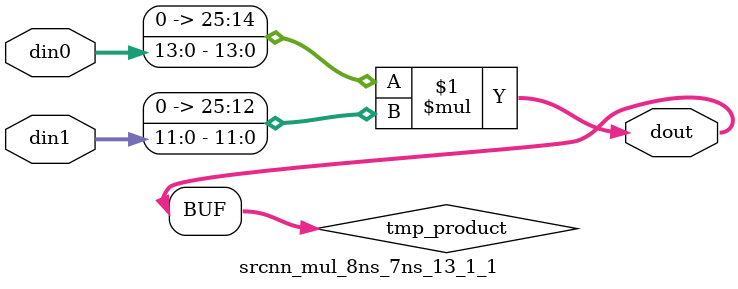
<source format=v>

`timescale 1 ns / 1 ps

  module srcnn_mul_8ns_7ns_13_1_1(din0, din1, dout);
parameter ID = 1;
parameter NUM_STAGE = 0;
parameter din0_WIDTH = 14;
parameter din1_WIDTH = 12;
parameter dout_WIDTH = 26;

input [din0_WIDTH - 1 : 0] din0; 
input [din1_WIDTH - 1 : 0] din1; 
output [dout_WIDTH - 1 : 0] dout;

wire signed [dout_WIDTH - 1 : 0] tmp_product;










assign tmp_product = $signed({1'b0, din0}) * $signed({1'b0, din1});











assign dout = tmp_product;







endmodule

</source>
